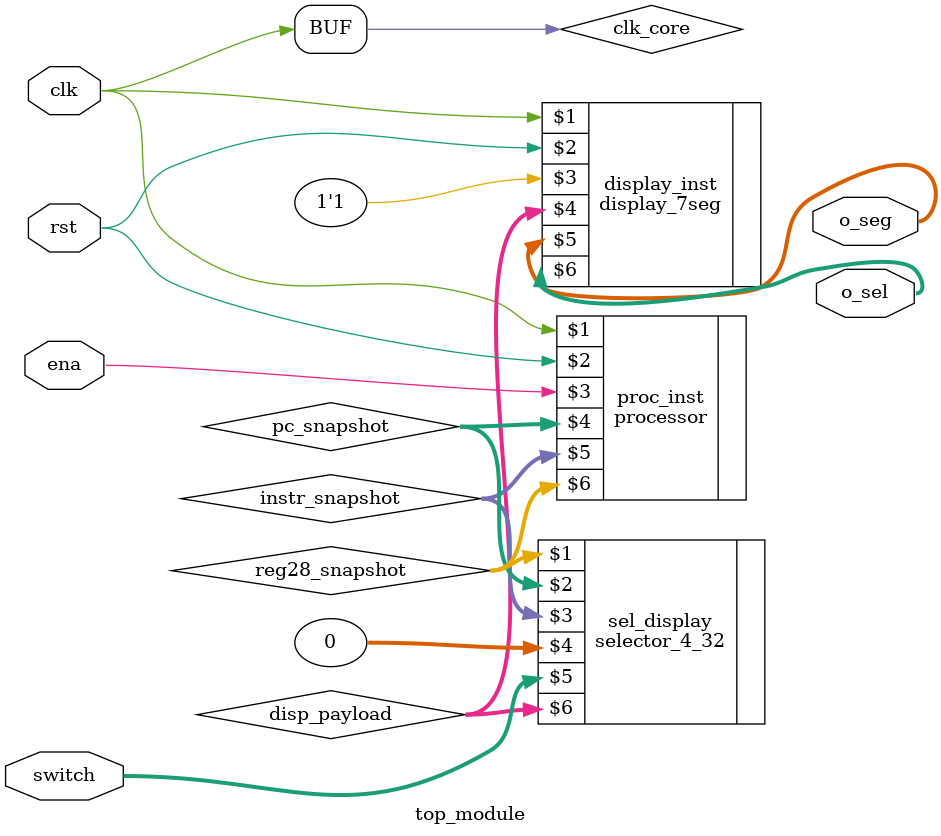
<source format=v>
`timescale 1ns / 1ps

module top_module(
    input           clk,
    input           ena,
    input           rst,
    input  [1:0]    switch,
    output [7:0]    o_seg,
    output [7:0]    o_sel
    );

    wire [31:0] disp_payload;
    wire [31:0] pc_snapshot;
    wire [31:0] instr_snapshot;
    wire [31:0] reg28_snapshot;

    wire        clk_core;
    reg  [20:0] clk_div_counter;

    always@(posedge clk)
        clk_div_counter <= clk_div_counter + 1;
    assign clk_core = clk;
    selector_4_32 sel_display(reg28_snapshot, pc_snapshot, instr_snapshot, 32'b0, switch, disp_payload);
    display_7seg display_inst(clk, rst, 1'b1, disp_payload, o_seg, o_sel);
    processor proc_inst(clk_core, rst, ena, pc_snapshot, instr_snapshot, reg28_snapshot);

endmodule

</source>
